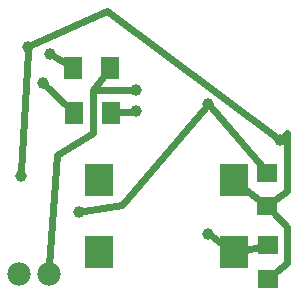
<source format=gtl>
G04 MADE WITH FRITZING*
G04 WWW.FRITZING.ORG*
G04 DOUBLE SIDED*
G04 HOLES PLATED*
G04 CONTOUR ON CENTER OF CONTOUR VECTOR*
%ASAXBY*%
%FSLAX23Y23*%
%MOIN*%
%OFA0B0*%
%SFA1.0B1.0*%
%ADD10C,0.078000*%
%ADD11C,0.039370*%
%ADD12R,0.094488X0.110236*%
%ADD13R,0.070866X0.062992*%
%ADD14R,0.062992X0.074803*%
%ADD15C,0.024000*%
%LNCOPPER1*%
G90*
G70*
G54D10*
X77Y85D03*
X177Y85D03*
G54D11*
X708Y652D03*
X276Y292D03*
X156Y724D03*
X708Y220D03*
X468Y628D03*
X180Y820D03*
X84Y412D03*
X108Y844D03*
X948Y532D03*
X468Y700D03*
G54D12*
X345Y159D03*
X794Y159D03*
X345Y399D03*
X794Y399D03*
G54D13*
X905Y313D03*
X905Y423D03*
X908Y71D03*
X908Y182D03*
G54D14*
X261Y624D03*
X383Y624D03*
X258Y774D03*
X381Y774D03*
G54D15*
X409Y625D02*
X449Y627D01*
D02*
X233Y789D02*
X196Y810D01*
D02*
X235Y649D02*
X170Y711D01*
D02*
X878Y176D02*
X835Y167D01*
D02*
X723Y209D02*
X752Y189D01*
D02*
X179Y115D02*
X204Y484D01*
X204Y484D02*
X324Y556D01*
X324Y556D02*
X324Y700D01*
X324Y700D02*
X449Y700D01*
D02*
X356Y742D02*
X324Y700D01*
D02*
X295Y295D02*
X420Y316D01*
X420Y316D02*
X696Y638D01*
D02*
X883Y449D02*
X720Y638D01*
D02*
X875Y336D02*
X835Y367D01*
D02*
X938Y96D02*
X972Y124D01*
X972Y124D02*
X972Y244D01*
X972Y244D02*
X930Y287D01*
D02*
X961Y545D02*
X972Y556D01*
X972Y556D02*
X972Y364D01*
X972Y364D02*
X935Y336D01*
D02*
X125Y852D02*
X372Y964D01*
X372Y964D02*
X933Y543D01*
D02*
X85Y431D02*
X107Y825D01*
G04 End of Copper1*
M02*
</source>
